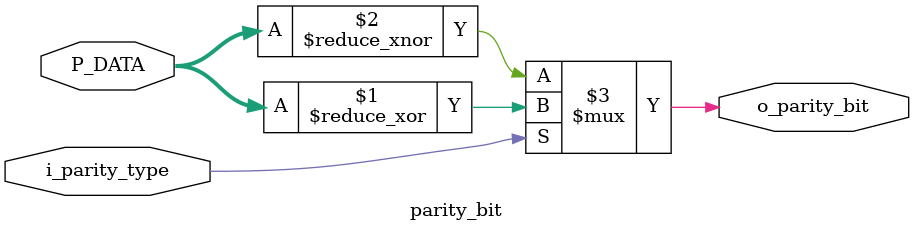
<source format=v>
module parity_bit
#(parameter Data_WIDTH=8)
(
    output  wire                        o_parity_bit,
    input   wire                        i_parity_type,
    input   wire    [Data_WIDTH-1:0]    P_DATA
);

assign o_parity_bit= (i_parity_type)? ^P_DATA : ~^P_DATA;

endmodule

</source>
